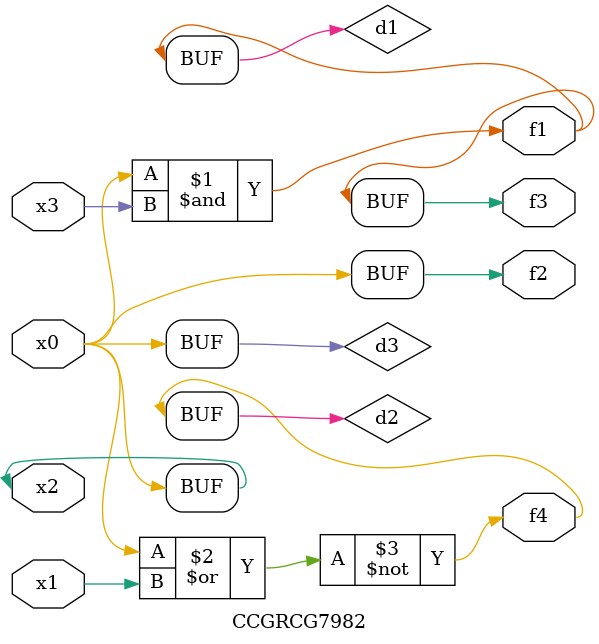
<source format=v>
module CCGRCG7982(
	input x0, x1, x2, x3,
	output f1, f2, f3, f4
);

	wire d1, d2, d3;

	and (d1, x2, x3);
	nor (d2, x0, x1);
	buf (d3, x0, x2);
	assign f1 = d1;
	assign f2 = d3;
	assign f3 = d1;
	assign f4 = d2;
endmodule

</source>
